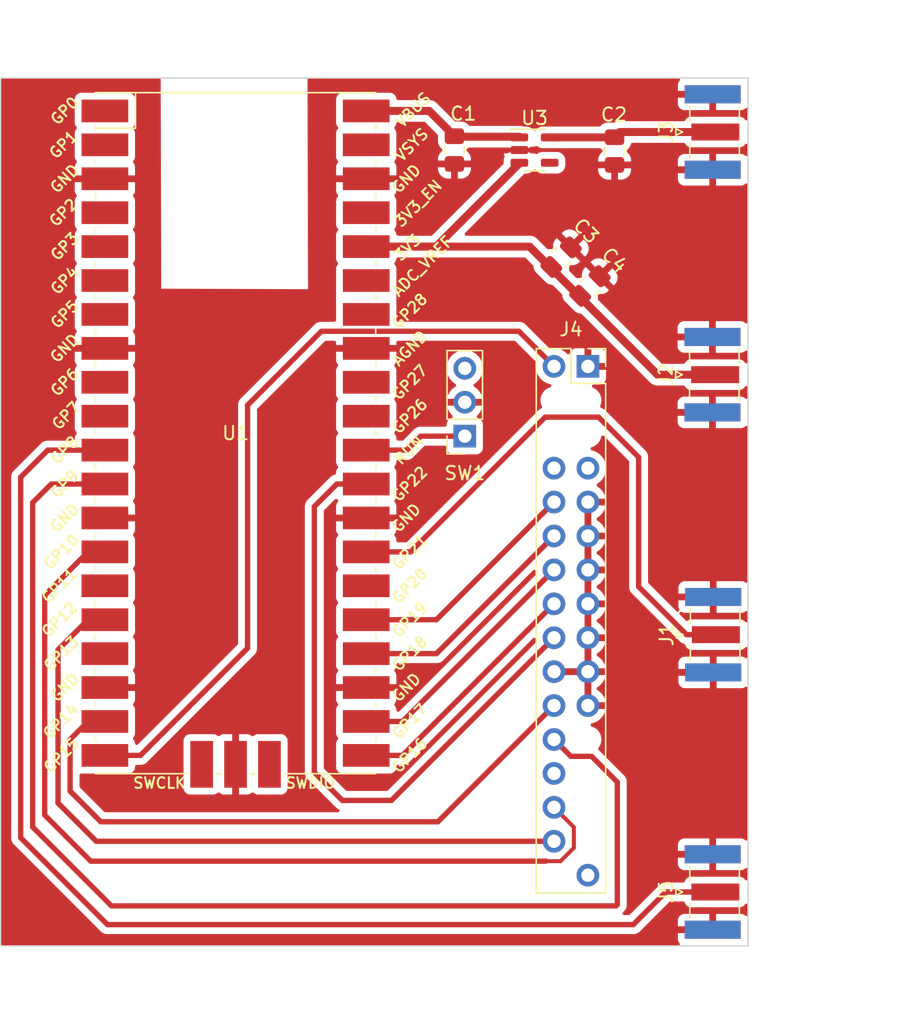
<source format=kicad_pcb>
(kicad_pcb (version 20221018) (generator pcbnew)
  (title_block (title "Pico DDS Sweeper") (date "2023-01-13") (rev "0"))
  (layers (0 "F.Cu" signal) (31 "B.Cu" signal) (34 "B.Paste" user) (35 "F.Paste" user) (36 "B.SilkS" user "B.Silkscreen") (37 "F.SilkS" user "F.Silkscreen") (38 "B.Mask" user) (39 "F.Mask" user) (44 "Edge.Cuts" user))
  (net 0 "")
  (net 1 "/PIN_CLOCK")
  (net 2 "/PIN_MOSI")
  (net 3 "GND")
  (net 5 "/P0")
  (net 6 "/P1")
  (net 7 "/P2")
  (net 8 "/P3")
  (net 9 "/PIN_UPDATE")
  (net 10 "/PIN_SCK")
  (net 11 "/PIN_RESET")
  (net 13 "/PIN_SYNC")
  (net 14 "/PIN_MISO")
  (net 17 "/TRIG_IN")
  (net 18 "Net-(SW1-A)")
  (net 39 "1V8")
  (net 40 "3V3")
  (net 41 "5V")
  (footprint "Capacitor_SMD:C_0805_2012Metric_Pad1.18x1.45mm_HandSolder" (layer "F.Cu") (at 73.9902 47.4218 -135)
    (fp_text reference "C3" (at -2.716421 0.072125 -225) (layer "F.SilkS"))
    (fp_text value "1uF")
    (fp_line (start -0.261252 -0.735) (end 0.261252 -0.735) (stroke (width 0.12)) (layer "F.SilkS"))
    (fp_line (start -0.261252 0.735) (end 0.261252 0.735) (stroke (width 0.12)) (layer "F.SilkS"))
    (pad "1" smd roundrect (at -1.0375 0 225) (size 1.175 1.45) (layers "F.Cu" "F.Paste" "F.Mask") (roundrect_rratio 0.212766) (net 3 "GND"))
    (pad "2" smd roundrect (at 1.0375 0 225) (size 1.175 1.45) (layers "F.Cu" "F.Paste" "F.Mask") (roundrect_rratio 0.212766) (net 40 "3V3"))
  )
  (footprint "Connector_Coaxial:SMA_Samtec_SMA-J-P-X-ST-EM1_EdgeMount" (layer "F.Cu") (at 85.33 56.22 90)
    (fp_text reference "J2" (at 0 -3.5 90) (layer "F.SilkS"))
    (fp_text value "3V3")
    (fp_line (start -1.95 -1.71) (end -0.84 -1.71) (stroke (width 0.12)) (layer "F.SilkS"))
    (fp_line (start -1.95 2) (end -0.84 2) (stroke (width 0.12)) (layer "F.SilkS"))
    (fp_line (start -0.25 -2.76) (end 0 -2.26) (stroke (width 0.12)) (layer "F.SilkS"))
    (fp_line (start 0 -2.26) (end 0.25 -2.76) (stroke (width 0.12)) (layer "F.SilkS"))
    (fp_line (start 0.25 -2.76) (end -0.25 -2.76) (stroke (width 0.12)) (layer "F.SilkS"))
    (fp_line (start 0.84 -1.71) (end 1.95 -1.71) (stroke (width 0.12)) (layer "F.SilkS"))
    (fp_line (start 0.84 2) (end 1.95 2) (stroke (width 0.12)) (layer "F.SilkS"))
    (pad "1" smd rect (at 0 0.2 90) (size 1.27 3.6) (layers "F.Cu" "F.Paste" "F.Mask") (net 40 "3V3"))
    (pad "2" smd rect (at -2.825 0 90) (size 1.35 4.2) (layers "F.Cu" "F.Paste" "F.Mask") (net 3 "GND"))
    (pad "2" smd rect (at -2.825 0 90) (size 1.35 4.2) (layers "B.Cu" "B.Paste" "B.Mask") (net 3 "GND"))
    (pad "2" smd rect (at 2.825 0 90) (size 1.35 4.2) (layers "F.Cu" "F.Paste" "F.Mask") (net 3 "GND"))
    (pad "2" smd rect (at 2.825 0 90) (size 1.35 4.2) (layers "B.Cu" "B.Paste" "B.Mask") (net 3 "GND"))
  )
  (footprint "Capacitor_SMD:C_0805_2012Metric_Pad1.18x1.45mm_HandSolder" (layer "F.Cu") (at 76.1492 49.5808 -135)
    (fp_text reference "C4" (at -2.666924 0.077782 -225) (layer "F.SilkS"))
    (fp_text value "0.1uF")
    (fp_line (start -0.261252 -0.735) (end 0.261252 -0.735) (stroke (width 0.12)) (layer "F.SilkS"))
    (fp_line (start -0.261252 0.735) (end 0.261252 0.735) (stroke (width 0.12)) (layer "F.SilkS"))
    (pad "1" smd roundrect (at -1.0375 0 225) (size 1.175 1.45) (layers "F.Cu" "F.Paste" "F.Mask") (roundrect_rratio 0.212766) (net 3 "GND"))
    (pad "2" smd roundrect (at 1.0375 0 225) (size 1.175 1.45) (layers "F.Cu" "F.Paste" "F.Mask") (roundrect_rratio 0.212766) (net 40 "3V3"))
  )
  (footprint "Connector_Coaxial:SMA_Samtec_SMA-J-P-X-ST-EM1_EdgeMount" (layer "F.Cu") (at 85.35 38.05 90)
    (fp_text reference "J3" (at 0 -3.5 90) (layer "F.SilkS"))
    (fp_text value "1V8")
    (fp_line (start -1.95 -1.71) (end -0.84 -1.71) (stroke (width 0.12)) (layer "F.SilkS"))
    (fp_line (start -1.95 2) (end -0.84 2) (stroke (width 0.12)) (layer "F.SilkS"))
    (fp_line (start -0.25 -2.76) (end 0 -2.26) (stroke (width 0.12)) (layer "F.SilkS"))
    (fp_line (start 0 -2.26) (end 0.25 -2.76) (stroke (width 0.12)) (layer "F.SilkS"))
    (fp_line (start 0.25 -2.76) (end -0.25 -2.76) (stroke (width 0.12)) (layer "F.SilkS"))
    (fp_line (start 0.84 -1.71) (end 1.95 -1.71) (stroke (width 0.12)) (layer "F.SilkS"))
    (fp_line (start 0.84 2) (end 1.95 2) (stroke (width 0.12)) (layer "F.SilkS"))
    (pad "1" smd rect (at 0 0.2 90) (size 1.27 3.6) (layers "F.Cu" "F.Paste" "F.Mask") (net 39 "1V8"))
    (pad "2" smd rect (at -2.825 0 90) (size 1.35 4.2) (layers "F.Cu" "F.Paste" "F.Mask") (net 3 "GND"))
    (pad "2" smd rect (at -2.825 0 90) (size 1.35 4.2) (layers "B.Cu" "B.Paste" "B.Mask") (net 3 "GND"))
    (pad "2" smd rect (at 2.825 0 90) (size 1.35 4.2) (layers "F.Cu" "F.Paste" "F.Mask") (net 3 "GND"))
    (pad "2" smd rect (at 2.825 0 90) (size 1.35 4.2) (layers "B.Cu" "B.Paste" "B.Mask") (net 3 "GND"))
  )
  (footprint "Package_TO_SOT_SMD:SOT-23-5" (layer "F.Cu") (at 72 39.4)
    (fp_text reference "U3" (at 0 -2.4) (layer "F.SilkS"))
    (fp_text value "5V->1V8 Linear Regulator")
    (fp_line (start 0 -1.56) (end -1.8 -1.56) (stroke (width 0.12)) (layer "F.SilkS"))
    (fp_line (start 0 -1.56) (end 0.8 -1.56) (stroke (width 0.12)) (layer "F.SilkS"))
    (fp_line (start 0 1.56) (end -0.8 1.56) (stroke (width 0.12)) (layer "F.SilkS"))
    (fp_line (start 0 1.56) (end 0.8 1.56) (stroke (width 0.12)) (layer "F.SilkS"))
    (pad "1" smd roundrect (at -1.1375 -0.95) (size 1.325 0.6) (layers "F.Cu" "F.Paste" "F.Mask") (net 41 "5V"))
    (pad "2" smd roundrect (at -1.1375 0) (size 1.325 0.6) (layers "F.Cu" "F.Paste" "F.Mask") (net 3 "GND"))
    (pad "3" smd roundrect (at -1.1375 0.95) (size 1.325 0.6) (layers "F.Cu" "F.Paste" "F.Mask") (net 40 "3V3"))
    (pad "4" smd roundrect (at 1.1375 0.95) (size 1.325 0.6) (layers "F.Cu" "F.Paste" "F.Mask"))
    (pad "5" smd roundrect (at 1.1375 -0.95) (size 1.325 0.6) (layers "F.Cu" "F.Paste" "F.Mask") (net 39 "1V8"))
  )
  (footprint "Connector_PinSocket_2.54mm:PinSocket_1x03_P2.54mm_Vertical" (layer "F.Cu") (at 66.775 60.825 180)
    (fp_text reference "SW1" (at 0 -2.77) (layer "F.SilkS"))
    (fp_text value "Pico Power Switch")
    (fp_line (start -1.33 1.27) (end -1.33 6.41) (stroke (width 0.12)) (layer "F.SilkS"))
    (fp_line (start -1.33 1.27) (end 1.33 1.27) (stroke (width 0.12)) (layer "F.SilkS"))
    (fp_line (start -1.33 6.41) (end 1.33 6.41) (stroke (width 0.12)) (layer "F.SilkS"))
    (fp_line (start 0 -1.33) (end 1.33 -1.33) (stroke (width 0.12)) (layer "F.SilkS"))
    (fp_line (start 1.33 -1.33) (end 1.33 0) (stroke (width 0.12)) (layer "F.SilkS"))
    (fp_line (start 1.33 1.27) (end 1.33 6.41) (stroke (width 0.12)) (layer "F.SilkS"))
    (pad "1" thru_hole rect (at 0 0 180) (size 1.7 1.7) (drill 1) (layers "*.Cu" "*.Mask") (net 18 "Net-(SW1-A)"))
    (pad "2" thru_hole oval (at 0 2.54 180) (size 1.7 1.7) (drill 1) (layers "*.Cu" "*.Mask") (net 3 "GND"))
    (pad "3" thru_hole oval (at 0 5.08 180) (size 1.7 1.7) (drill 1) (layers "*.Cu" "*.Mask"))
  )
  (footprint "Capacitor_SMD:C_0805_2012Metric_Pad1.18x1.45mm_HandSolder" (layer "F.Cu") (at 66 39.4 90)
    (fp_text reference "C1" (at 2.7225 0.66 180) (layer "F.SilkS"))
    (fp_text value "1uF")
    (fp_line (start -0.261252 -0.735) (end 0.261252 -0.735) (stroke (width 0.12)) (layer "F.SilkS"))
    (fp_line (start -0.261252 0.735) (end 0.261252 0.735) (stroke (width 0.12)) (layer "F.SilkS"))
    (pad "1" smd roundrect (at -1.0375 0 90) (size 1.175 1.45) (layers "F.Cu" "F.Paste" "F.Mask") (roundrect_rratio 0.2127659574) (net 3 "GND"))
    (pad "2" smd roundrect (at 1.0375 0 90) (size 1.175 1.45) (layers "F.Cu" "F.Paste" "F.Mask") (roundrect_rratio 0.2127659574) (net 41 "5V"))
  )
  (footprint "Connector_Coaxial:SMA_Samtec_SMA-J-P-X-ST-EM1_EdgeMount" (layer "F.Cu") (at 85.35 94.96 90)
    (fp_text reference "J5" (at 0 -3.5 90) (layer "F.SilkS"))
    (fp_text value "Trigger In")
    (fp_line (start -1.95 -1.71) (end -0.84 -1.71) (stroke (width 0.12)) (layer "F.SilkS"))
    (fp_line (start -1.95 2) (end -0.84 2) (stroke (width 0.12)) (layer "F.SilkS"))
    (fp_line (start -0.25 -2.76) (end 0 -2.26) (stroke (width 0.12)) (layer "F.SilkS"))
    (fp_line (start 0 -2.26) (end 0.25 -2.76) (stroke (width 0.12)) (layer "F.SilkS"))
    (fp_line (start 0.25 -2.76) (end -0.25 -2.76) (stroke (width 0.12)) (layer "F.SilkS"))
    (fp_line (start 0.84 -1.71) (end 1.95 -1.71) (stroke (width 0.12)) (layer "F.SilkS"))
    (fp_line (start 0.84 2) (end 1.95 2) (stroke (width 0.12)) (layer "F.SilkS"))
    (pad "1" smd rect (at 0 0.2 90) (size 1.27 3.6) (layers "F.Cu" "F.Paste" "F.Mask") (net 17 "/TRIG_IN"))
    (pad "2" smd rect (at -2.825 0 90) (size 1.35 4.2) (layers "F.Cu" "F.Paste" "F.Mask") (net 3 "GND"))
    (pad "2" smd rect (at -2.825 0 90) (size 1.35 4.2) (layers "B.Cu" "B.Paste" "B.Mask") (net 3 "GND"))
    (pad "2" smd rect (at 2.825 0 90) (size 1.35 4.2) (layers "F.Cu" "F.Paste" "F.Mask") (net 3 "GND"))
    (pad "2" smd rect (at 2.825 0 90) (size 1.35 4.2) (layers "B.Cu" "B.Paste" "B.Mask") (net 3 "GND"))
  )
  (footprint "Connector_Coaxial:SMA_Samtec_SMA-J-P-X-ST-EM1_EdgeMount" (layer "F.Cu") (at 85.39 75.69 90)
    (fp_text reference "J1" (at 0 -3.5 90) (layer "F.SilkS"))
    (fp_text value "REF CLK")
    (fp_line (start -1.95 -1.71) (end -0.84 -1.71) (stroke (width 0.12)) (layer "F.SilkS"))
    (fp_line (start -1.95 2) (end -0.84 2) (stroke (width 0.12)) (layer "F.SilkS"))
    (fp_line (start -0.25 -2.76) (end 0 -2.26) (stroke (width 0.12)) (layer "F.SilkS"))
    (fp_line (start 0 -2.26) (end 0.25 -2.76) (stroke (width 0.12)) (layer "F.SilkS"))
    (fp_line (start 0.25 -2.76) (end -0.25 -2.76) (stroke (width 0.12)) (layer "F.SilkS"))
    (fp_line (start 0.84 -1.71) (end 1.95 -1.71) (stroke (width 0.12)) (layer "F.SilkS"))
    (fp_line (start 0.84 2) (end 1.95 2) (stroke (width 0.12)) (layer "F.SilkS"))
    (pad "1" smd rect (at 0 0.2 90) (size 1.27 3.6) (layers "F.Cu" "F.Paste" "F.Mask") (net 1 "/PIN_CLOCK"))
    (pad "2" smd rect (at -2.825 0 90) (size 1.35 4.2) (layers "F.Cu" "F.Paste" "F.Mask") (net 3 "GND"))
    (pad "2" smd rect (at -2.825 0 90) (size 1.35 4.2) (layers "B.Cu" "B.Paste" "B.Mask") (net 3 "GND"))
    (pad "2" smd rect (at 2.825 0 90) (size 1.35 4.2) (layers "F.Cu" "F.Paste" "F.Mask") (net 3 "GND"))
    (pad "2" smd rect (at 2.825 0 90) (size 1.35 4.2) (layers "B.Cu" "B.Paste" "B.Mask") (net 3 "GND"))
  )
  (footprint "MCU_RaspberryPi_and_Boards:RPi_Pico_SMD" (layer "F.Cu") (at 49.6 60.6)
    (fp_text reference "U1" (at 0 0) (layer "F.SilkS"))
    (fp_text value "Pico")
    (fp_text user "3V3" (at 12.9 -13.9 45) (layer "F.SilkS") (effects (font (size 0.8 0.8))))
    (fp_text user "GP21" (at 13.054 8.9 45) (layer "F.SilkS") (effects (font (size 0.8 0.8))))
    (fp_text user "GP3" (at -12.8 -13.97 45) (layer "F.SilkS") (effects (font (size 0.8 0.8))))
    (fp_text user "GP16" (at 13.054 24.13 45) (layer "F.SilkS") (effects (font (size 0.8 0.8))))
    (fp_text user "GP13" (at -13.054 16.51 45) (layer "F.SilkS") (effects (font (size 0.8 0.8))))
    (fp_text user "GP20" (at 13.054 11.43 45) (layer "F.SilkS") (effects (font (size 0.8 0.8))))
    (fp_text user "GND" (at 12.8 -19.05 45) (layer "F.SilkS") (effects (font (size 0.8 0.8))))
    (fp_text user "GP0" (at -12.8 -24.13 45) (layer "F.SilkS") (effects (font (size 0.8 0.8))))
    (fp_text user "SWCLK" (at -5.7 26.2) (layer "F.SilkS") (effects (font (size 0.8 0.8))))
    (fp_text user "GND" (at 12.8 6.35 45) (layer "F.SilkS") (effects (font (size 0.8 0.8))))
    (fp_text user "GND" (at -12.8 -19.05 45) (layer "F.SilkS") (effects (font (size 0.8 0.8))))
    (fp_text user "AGND" (at 13.054 -6.35 45) (layer "F.SilkS") (effects (font (size 0.8 0.8))))
    (fp_text user "GP1" (at -12.9 -21.6 45) (layer "F.SilkS") (effects (font (size 0.8 0.8))))
    (fp_text user "GP8" (at -12.8 1.27 45) (layer "F.SilkS") (effects (font (size 0.8 0.8))))
    (fp_text user "GP4" (at -12.8 -11.43 45) (layer "F.SilkS") (effects (font (size 0.8 0.8))))
    (fp_text user "VBUS" (at 13.3 -24.2 45) (layer "F.SilkS") (effects (font (size 0.8 0.8))))
    (fp_text user "GND" (at -12.8 19.05 45) (layer "F.SilkS") (effects (font (size 0.8 0.8))))
    (fp_text user "GND" (at -12.8 6.35 45) (layer "F.SilkS") (effects (font (size 0.8 0.8))))
    (fp_text user "GP18" (at 13.054 16.51 45) (layer "F.SilkS") (effects (font (size 0.8 0.8))))
    (fp_text user "GP12" (at -13.2 13.97 45) (layer "F.SilkS") (effects (font (size 0.8 0.8))))
    (fp_text user "GP7" (at -12.7 -1.3 45) (layer "F.SilkS") (effects (font (size 0.8 0.8))))
    (fp_text user "GP11" (at -13.2 11.43 45) (layer "F.SilkS") (effects (font (size 0.8 0.8))))
    (fp_text user "GP9" (at -12.8 3.81 45) (layer "F.SilkS") (effects (font (size 0.8 0.8))))
    (fp_text user "GP28" (at 13.054 -9.144 45) (layer "F.SilkS") (effects (font (size 0.8 0.8))))
    (fp_text user "GP26" (at 13.054 -1.27 45) (layer "F.SilkS") (effects (font (size 0.8 0.8))))
    (fp_text user "GND" (at 12.8 19.05 45) (layer "F.SilkS") (effects (font (size 0.8 0.8))))
    (fp_text user "GP17" (at 13.054 21.59 45) (layer "F.SilkS") (effects (font (size 0.8 0.8))))
    (fp_text user "VSYS" (at 13.2 -21.59 45) (layer "F.SilkS") (effects (font (size 0.8 0.8))))
    (fp_text user "3V3_EN" (at 13.7 -17.2 45) (layer "F.SilkS") (effects (font (size 0.8 0.8))))
    (fp_text user "GP22" (at 13.054 3.81 45) (layer "F.SilkS") (effects (font (size 0.8 0.8))))
    (fp_text user "GP27" (at 13.054 -3.8 45) (layer "F.SilkS") (effects (font (size 0.8 0.8))))
    (fp_text user "GP14" (at -13.1 21.59 45) (layer "F.SilkS") (effects (font (size 0.8 0.8))))
    (fp_text user "GP2" (at -12.9 -16.51 45) (layer "F.SilkS") (effects (font (size 0.8 0.8))))
    (fp_text user "ADC_VREF" (at 14 -12.5 45) (layer "F.SilkS") (effects (font (size 0.8 0.8))))
    (fp_text user "GP6" (at -12.8 -3.81 45) (layer "F.SilkS") (effects (font (size 0.8 0.8))))
    (fp_text user "GND" (at -12.8 -6.35 45) (layer "F.SilkS") (effects (font (size 0.8 0.8))))
    (fp_text user "GP10" (at -13.054 8.89 45) (layer "F.SilkS") (effects (font (size 0.8 0.8))))
    (fp_text user "RUN" (at 13 1.27 45) (layer "F.SilkS") (effects (font (size 0.8 0.8))))
    (fp_text user "GP15" (at -13.054 24.13 45) (layer "F.SilkS") (effects (font (size 0.8 0.8))))
    (fp_text user "GP19" (at 13.054 13.97 45) (layer "F.SilkS") (effects (font (size 0.8 0.8))))
    (fp_text user "GP5" (at -12.8 -8.89 45) (layer "F.SilkS") (effects (font (size 0.8 0.8))))
    (fp_text user "SWDIO" (at 5.6 26.2) (layer "F.SilkS") (effects (font (size 0.8 0.8))))
    (fp_line (start -10.5 -25.5) (end -10.5 -25.2) (stroke (width 0.12)) (layer "F.SilkS"))
    (fp_line (start -10.5 -25.5) (end 10.5 -25.5) (stroke (width 0.12)) (layer "F.SilkS"))
    (fp_line (start -10.5 -23.1) (end -10.5 -22.7) (stroke (width 0.12)) (layer "F.SilkS"))
    (fp_line (start -10.5 -22.833) (end -7.493 -22.833) (stroke (width 0.12)) (layer "F.SilkS"))
    (fp_line (start -10.5 -20.5) (end -10.5 -20.1) (stroke (width 0.12)) (layer "F.SilkS"))
    (fp_line (start -10.5 -18) (end -10.5 -17.6) (stroke (width 0.12)) (layer "F.SilkS"))
    (fp_line (start -10.5 -15.4) (end -10.5 -15) (stroke (width 0.12)) (layer "F.SilkS"))
    (fp_line (start -10.5 -12.9) (end -10.5 -12.5) (stroke (width 0.12)) (layer "F.SilkS"))
    (fp_line (start -10.5 -10.4) (end -10.5 -10) (stroke (width 0.12)) (layer "F.SilkS"))
    (fp_line (start -10.5 -7.8) (end -10.5 -7.4) (stroke (width 0.12)) (layer "F.SilkS"))
    (fp_line (start -10.5 -5.3) (end -10.5 -4.9) (stroke (width 0.12)) (layer "F.SilkS"))
    (fp_line (start -10.5 -2.7) (end -10.5 -2.3) (stroke (width 0.12)) (layer "F.SilkS"))
    (fp_line (start -10.5 -0.2) (end -10.5 0.2) (stroke (width 0.12)) (layer "F.SilkS"))
    (fp_line (start -10.5 2.3) (end -10.5 2.7) (stroke (width 0.12)) (layer "F.SilkS"))
    (fp_line (start -10.5 4.9) (end -10.5 5.3) (stroke (width 0.12)) (layer "F.SilkS"))
    (fp_line (start -10.5 7.4) (end -10.5 7.8) (stroke (width 0.12)) (layer "F.SilkS"))
    (fp_line (start -10.5 10) (end -10.5 10.4) (stroke (width 0.12)) (layer "F.SilkS"))
    (fp_line (start -10.5 12.5) (end -10.5 12.9) (stroke (width 0.12)) (layer "F.SilkS"))
    (fp_line (start -10.5 15.1) (end -10.5 15.5) (stroke (width 0.12)) (layer "F.SilkS"))
    (fp_line (start -10.5 17.6) (end -10.5 18) (stroke (width 0.12)) (layer "F.SilkS"))
    (fp_line (start -10.5 20.1) (end -10.5 20.5) (stroke (width 0.12)) (layer "F.SilkS"))
    (fp_line (start -10.5 22.7) (end -10.5 23.1) (stroke (width 0.12)) (layer "F.SilkS"))
    (fp_line (start -7.493 -22.833) (end -7.493 -25.5) (stroke (width 0.12)) (layer "F.SilkS"))
    (fp_line (start -3.7 25.5) (end -10.5 25.5) (stroke (width 0.12)) (layer "F.SilkS"))
    (fp_line (start -1.5 25.5) (end -1.1 25.5) (stroke (width 0.12)) (layer "F.SilkS"))
    (fp_line (start 1.1 25.5) (end 1.5 25.5) (stroke (width 0.12)) (layer "F.SilkS"))
    (fp_line (start 10.5 -25.5) (end 10.5 -25.2) (stroke (width 0.12)) (layer "F.SilkS"))
    (fp_line (start 10.5 -23.1) (end 10.5 -22.7) (stroke (width 0.12)) (layer "F.SilkS"))
    (fp_line (start 10.5 -20.5) (end 10.5 -20.1) (stroke (width 0.12)) (layer "F.SilkS"))
    (fp_line (start 10.5 -18) (end 10.5 -17.6) (stroke (width 0.12)) (layer "F.SilkS"))
    (fp_line (start 10.5 -15.4) (end 10.5 -15) (stroke (width 0.12)) (layer "F.SilkS"))
    (fp_line (start 10.5 -12.9) (end 10.5 -12.5) (stroke (width 0.12)) (layer "F.SilkS"))
    (fp_line (start 10.5 -10.4) (end 10.5 -10) (stroke (width 0.12)) (layer "F.SilkS"))
    (fp_line (start 10.5 -7.8) (end 10.5 -7.4) (stroke (width 0.12)) (layer "F.SilkS"))
    (fp_line (start 10.5 -5.3) (end 10.5 -4.9) (stroke (width 0.12)) (layer "F.SilkS"))
    (fp_line (start 10.5 -2.7) (end 10.5 -2.3) (stroke (width 0.12)) (layer "F.SilkS"))
    (fp_line (start 10.5 -0.2) (end 10.5 0.2) (stroke (width 0.12)) (layer "F.SilkS"))
    (fp_line (start 10.5 2.3) (end 10.5 2.7) (stroke (width 0.12)) (layer "F.SilkS"))
    (fp_line (start 10.5 4.9) (end 10.5 5.3) (stroke (width 0.12)) (layer "F.SilkS"))
    (fp_line (start 10.5 7.4) (end 10.5 7.8) (stroke (width 0.12)) (layer "F.SilkS"))
    (fp_line (start 10.5 10) (end 10.5 10.4) (stroke (width 0.12)) (layer "F.SilkS"))
    (fp_line (start 10.5 12.5) (end 10.5 12.9) (stroke (width 0.12)) (layer "F.SilkS"))
    (fp_line (start 10.5 15.1) (end 10.5 15.5) (stroke (width 0.12)) (layer "F.SilkS"))
    (fp_line (start 10.5 17.6) (end 10.5 18) (stroke (width 0.12)) (layer "F.SilkS"))
    (fp_line (start 10.5 20.1) (end 10.5 20.5) (stroke (width 0.12)) (layer "F.SilkS"))
    (fp_line (start 10.5 22.7) (end 10.5 23.1) (stroke (width 0.12)) (layer "F.SilkS"))
    (fp_line (start 10.5 25.5) (end 3.7 25.5) (stroke (width 0.12)) (layer "F.SilkS"))
    (pad "1" smd rect (at -8.89 -24.13) (size 3.5 1.7) (drill (offset -0.9 0)) (layers "F.Cu" "F.Mask"))
    (pad "2" smd rect (at -8.89 -21.59) (size 3.5 1.7) (drill (offset -0.9 0)) (layers "F.Cu" "F.Mask"))
    (pad "3" smd rect (at -8.89 -19.05) (size 3.5 1.7) (drill (offset -0.9 0)) (layers "F.Cu" "F.Mask") (net 3 "GND"))
    (pad "4" smd rect (at -8.89 -16.51) (size 3.5 1.7) (drill (offset -0.9 0)) (layers "F.Cu" "F.Mask"))
    (pad "5" smd rect (at -8.89 -13.97) (size 3.5 1.7) (drill (offset -0.9 0)) (layers "F.Cu" "F.Mask"))
    (pad "6" smd rect (at -8.89 -11.43) (size 3.5 1.7) (drill (offset -0.9 0)) (layers "F.Cu" "F.Mask"))
    (pad "7" smd rect (at -8.89 -8.89) (size 3.5 1.7) (drill (offset -0.9 0)) (layers "F.Cu" "F.Mask"))
    (pad "8" smd rect (at -8.89 -6.35) (size 3.5 1.7) (drill (offset -0.9 0)) (layers "F.Cu" "F.Mask") (net 3 "GND"))
    (pad "9" smd rect (at -8.89 -3.81) (size 3.5 1.7) (drill (offset -0.9 0)) (layers "F.Cu" "F.Mask"))
    (pad "10" smd rect (at -8.89 -1.27) (size 3.5 1.7) (drill (offset -0.9 0)) (layers "F.Cu" "F.Mask"))
    (pad "11" smd rect (at -8.89 1.27) (size 3.5 1.7) (drill (offset -0.9 0)) (layers "F.Cu" "F.Mask") (net 17 "/TRIG_IN"))
    (pad "12" smd rect (at -8.89 3.81) (size 3.5 1.7) (drill (offset -0.9 0)) (layers "F.Cu" "F.Mask") (net 11 "/PIN_RESET"))
    (pad "13" smd rect (at -8.89 6.35) (size 3.5 1.7) (drill (offset -0.9 0)) (layers "F.Cu" "F.Mask") (net 3 "GND"))
    (pad "14" smd rect (at -8.89 8.89) (size 3.5 1.7) (drill (offset -0.9 0)) (layers "F.Cu" "F.Mask") (net 13 "/PIN_SYNC"))
    (pad "15" smd rect (at -8.89 11.43) (size 3.5 1.7) (drill (offset -0.9 0)) (layers "F.Cu" "F.Mask"))
    (pad "16" smd rect (at -8.89 13.97) (size 3.5 1.7) (drill (offset -0.9 0)) (layers "F.Cu" "F.Mask") (net 14 "/PIN_MISO"))
    (pad "17" smd rect (at -8.89 16.51) (size 3.5 1.7) (drill (offset -0.9 0)) (layers "F.Cu" "F.Mask"))
    (pad "18" smd rect (at -8.89 19.05) (size 3.5 1.7) (drill (offset -0.9 0)) (layers "F.Cu" "F.Mask") (net 3 "GND"))
    (pad "19" smd rect (at -8.89 21.59) (size 3.5 1.7) (drill (offset -0.9 0)) (layers "F.Cu" "F.Mask") (net 10 "/PIN_SCK"))
    (pad "20" smd rect (at -8.89 24.13) (size 3.5 1.7) (drill (offset -0.9 0)) (layers "F.Cu" "F.Mask") (net 2 "/PIN_MOSI"))
    (pad "21" smd rect (at 8.89 24.13) (size 3.5 1.7) (drill (offset 0.9 0)) (layers "F.Cu" "F.Mask") (net 8 "/P3"))
    (pad "22" smd rect (at 8.89 21.59) (size 3.5 1.7) (drill (offset 0.9 0)) (layers "F.Cu" "F.Mask") (net 7 "/P2"))
    (pad "23" smd rect (at 8.89 19.05) (size 3.5 1.7) (drill (offset 0.9 0)) (layers "F.Cu" "F.Mask") (net 3 "GND"))
    (pad "24" smd rect (at 8.89 16.51) (size 3.5 1.7) (drill (offset 0.9 0)) (layers "F.Cu" "F.Mask") (net 6 "/P1"))
    (pad "25" smd rect (at 8.89 13.97) (size 3.5 1.7) (drill (offset 0.9 0)) (layers "F.Cu" "F.Mask") (net 5 "/P0"))
    (pad "26" smd rect (at 8.89 11.43) (size 3.5 1.7) (drill (offset 0.9 0)) (layers "F.Cu" "F.Mask"))
    (pad "27" smd rect (at 8.89 8.89) (size 3.5 1.7) (drill (offset 0.9 0)) (layers "F.Cu" "F.Mask") (net 1 "/PIN_CLOCK"))
    (pad "28" smd rect (at 8.89 6.35) (size 3.5 1.7) (drill (offset 0.9 0)) (layers "F.Cu" "F.Mask") (net 3 "GND"))
    (pad "29" smd rect (at 8.89 3.81) (size 3.5 1.7) (drill (offset 0.9 0)) (layers "F.Cu" "F.Mask") (net 9 "/PIN_UPDATE"))
    (pad "30" smd rect (at 8.89 1.27) (size 3.5 1.7) (drill (offset 0.9 0)) (layers "F.Cu" "F.Mask") (net 18 "Net-(SW1-A)"))
    (pad "31" smd rect (at 8.89 -1.27) (size 3.5 1.7) (drill (offset 0.9 0)) (layers "F.Cu" "F.Mask"))
    (pad "32" smd rect (at 8.89 -3.81) (size 3.5 1.7) (drill (offset 0.9 0)) (layers "F.Cu" "F.Mask"))
    (pad "33" smd rect (at 8.89 -6.35) (size 0.001 0.001) (drill (offset 0.9 0)) (layers "F.Cu" "F.Mask") (net 3 "GND"))
    (pad "33" smd rect (at 8.89 -6.35) (size 3.5 1.7) (drill (offset 0.9 0)) (layers "F.Cu" "F.Mask") (net 3 "GND") (clearance 0.1))
    (pad "34" smd rect (at 8.89 -8.89) (size 3.5 1.7) (drill (offset 0.9 0)) (layers "F.Cu" "F.Mask") (clearance 0.1))
    (pad "35" smd rect (at 8.89 -11.43) (size 3.5 1.7) (drill (offset 0.9 0)) (layers "F.Cu" "F.Mask"))
    (pad "36" smd rect (at 8.89 -13.97) (size 3.5 1.7) (drill (offset 0.9 0)) (layers "F.Cu" "F.Mask") (net 40 "3V3"))
    (pad "37" smd rect (at 8.89 -16.51) (size 3.5 1.7) (drill (offset 0.9 0)) (layers "F.Cu" "F.Mask"))
    (pad "38" smd rect (at 8.89 -19.05) (size 3.5 1.7) (drill (offset 0.9 0)) (layers "F.Cu" "F.Mask") (net 3 "GND"))
    (pad "39" smd rect (at 8.89 -21.59) (size 3.5 1.7) (drill (offset 0.9 0)) (layers "F.Cu" "F.Mask"))
    (pad "40" smd rect (at 8.89 -24.13) (size 3.5 1.7) (drill (offset 0.9 0)) (layers "F.Cu" "F.Mask") (net 41 "5V"))
    (pad "41" smd rect (at -2.54 23.9 90) (size 3.5 1.7) (drill (offset -0.9 0)) (layers "F.Cu" "F.Mask"))
    (pad "42" smd rect (at 0 23.9 90) (size 3.5 1.7) (drill (offset -0.9 0)) (layers "F.Cu" "F.Mask") (net 3 "GND"))
    (pad "43" smd rect (at 2.54 23.9 90) (size 3.5 1.7) (drill (offset -0.9 0)) (layers "F.Cu" "F.Mask"))
  )
  (footprint "Custom_Conn:PinSocket_2x16_P2.54mm_Vertical_DDS_Sweeper" (layer "F.Cu") (at 76 55.6)
    (fp_text reference "J4" (at -1.27 -2.77) (layer "F.SilkS"))
    (fp_text value "Headers for AD9959 Eval Board U2")
    (fp_line (start -3.87 -1.33) (end -3.87 39.43) (stroke (width 0.12)) (layer "F.SilkS"))
    (fp_line (start -3.87 -1.33) (end -1.27 -1.33) (stroke (width 0.12)) (layer "F.SilkS"))
    (fp_line (start -3.87 39.43) (end 1.33 39.43) (stroke (width 0.12)) (layer "F.SilkS"))
    (fp_line (start -1.27 -1.33) (end -1.27 1.27) (stroke (width 0.12)) (layer "F.SilkS"))
    (fp_line (start -1.27 1.27) (end 1.33 1.27) (stroke (width 0.12)) (layer "F.SilkS"))
    (fp_line (start 0 -1.33) (end 1.33 -1.33) (stroke (width 0.12)) (layer "F.SilkS"))
    (fp_line (start 1.33 -1.33) (end 1.33 0) (stroke (width 0.12)) (layer "F.SilkS"))
    (fp_line (start 1.33 1.27) (end 1.33 39.43) (stroke (width 0.12)) (layer "F.SilkS"))
    (pad "" np_thru_hole oval (at -2.54 2.54) (size 1 1) (drill 1) (layers "F&B.Cu" "*.Mask"))
    (pad "" np_thru_hole oval (at -2.54 5.08) (size 1 1) (drill 1) (layers "F&B.Cu" "*.Mask"))
    (pad "" np_thru_hole oval (at -2.54 38.1) (size 1 1) (drill 1) (layers "F&B.Cu" "*.Mask"))
    (pad "" np_thru_hole oval (at 0 2.54) (size 1 1) (drill 1) (layers "F&B.Cu" "*.Mask"))
    (pad "" np_thru_hole oval (at 0 5.08) (size 1 1) (drill 1) (layers "F&B.Cu" "*.Mask"))
    (pad "" np_thru_hole oval (at 0 27.94) (size 1 1) (drill 1) (layers "F&B.Cu" "*.Mask"))
    (pad "" np_thru_hole oval (at 0 30.48) (size 1 1) (drill 1) (layers "F&B.Cu" "*.Mask"))
    (pad "" np_thru_hole oval (at 0 33.02) (size 1 1) (drill 1) (layers "F&B.Cu" "*.Mask"))
    (pad "" np_thru_hole oval (at 0 35.56) (size 1 1) (drill 1) (layers "F&B.Cu" "*.Mask"))
    (pad "1" thru_hole oval (at -2.54 0) (size 1.7 1.7) (drill 1) (layers "*.Cu" "*.Mask") (net 2 "/PIN_MOSI"))
    (pad "4" thru_hole oval (at -2.54 7.62) (size 1.7 1.7) (drill 1) (layers "*.Cu" "*.Mask"))
    (pad "5" thru_hole oval (at -2.54 10.16) (size 1.7 1.7) (drill 1) (layers "*.Cu" "*.Mask") (net 5 "/P0"))
    (pad "6" thru_hole oval (at -2.54 12.7) (size 1.7 1.7) (drill 1) (layers "*.Cu" "*.Mask") (net 6 "/P1"))
    (pad "7" thru_hole oval (at -2.54 15.24) (size 1.7 1.7) (drill 1) (layers "*.Cu" "*.Mask") (net 7 "/P2"))
    (pad "8" thru_hole oval (at -2.54 17.78) (size 1.7 1.7) (drill 1) (layers "*.Cu" "*.Mask") (net 8 "/P3"))
    (pad "9" thru_hole oval (at -2.54 20.32) (size 1.7 1.7) (drill 1) (layers "*.Cu" "*.Mask") (net 9 "/PIN_UPDATE"))
    (pad "10" thru_hole oval (at -2.54 22.86) (size 1.7 1.7) (drill 1) (layers "*.Cu" "*.Mask") (net 3 "GND"))
    (pad "11" thru_hole oval (at -2.54 25.4) (size 1.7 1.7) (drill 1) (layers "*.Cu" "*.Mask") (net 10 "/PIN_SCK"))
    (pad "12" thru_hole oval (at -2.54 27.94) (size 1.7 1.7) (drill 1) (layers "*.Cu" "*.Mask") (net 11 "/PIN_RESET"))
    (pad "13" thru_hole oval (at -2.54 30.48) (size 1.7 1.7) (drill 1) (layers "*.Cu" "*.Mask"))
    (pad "14" thru_hole oval (at -2.54 33.02) (size 1.7 1.7) (drill 1) (layers "*.Cu" "*.Mask") (net 13 "/PIN_SYNC"))
    (pad "15" thru_hole oval (at -2.54 35.56) (size 1.7 1.7) (drill 1) (layers "*.Cu" "*.Mask") (net 14 "/PIN_MISO"))
    (pad "17" thru_hole oval (at 0 38.1) (size 1.7 1.7) (drill 1) (layers "*.Cu" "*.Mask"))
    (pad "22" thru_hole oval (at 0 25.4) (size 1.7 1.7) (drill 1) (layers "*.Cu" "*.Mask") (net 3 "GND"))
    (pad "23" thru_hole oval (at 0 22.86) (size 1.7 1.7) (drill 1) (layers "*.Cu" "*.Mask") (net 3 "GND"))
    (pad "24" thru_hole oval (at 0 20.32) (size 1.7 1.7) (drill 1) (layers "*.Cu" "*.Mask") (net 3 "GND"))
    (pad "25" thru_hole oval (at 0 17.78) (size 1.7 1.7) (drill 1) (layers "*.Cu" "*.Mask") (net 3 "GND"))
    (pad "26" thru_hole oval (at 0 15.24) (size 1.7 1.7) (drill 1) (layers "*.Cu" "*.Mask") (net 3 "GND"))
    (pad "27" thru_hole oval (at 0 12.7) (size 1.7 1.7) (drill 1) (layers "*.Cu" "*.Mask") (net 3 "GND"))
    (pad "28" thru_hole oval (at 0 10.16) (size 1.7 1.7) (drill 1) (layers "*.Cu" "*.Mask") (net 3 "GND"))
    (pad "29" thru_hole oval (at 0 7.62) (size 1.7 1.7) (drill 1) (layers "*.Cu" "*.Mask"))
    (pad "32" thru_hole rect (at 0 0) (size 1.7 1.7) (drill 1) (layers "*.Cu" "*.Mask") (net 3 "GND"))
  )
  (footprint "Capacitor_SMD:C_0805_2012Metric_Pad1.18x1.45mm_HandSolder" (layer "F.Cu") (at 78 39.475 -90)
    (fp_text reference "C2" (at -2.7275 0.05 180) (layer "F.SilkS"))
    (fp_text value "1uF")
    (fp_line (start -0.261252 -0.735) (end 0.261252 -0.735) (stroke (width 0.12)) (layer "F.SilkS"))
    (fp_line (start -0.261252 0.735) (end 0.261252 0.735) (stroke (width 0.12)) (layer "F.SilkS"))
    (pad "1" smd roundrect (at -1.0375 0 270) (size 1.175 1.45) (layers "F.Cu" "F.Paste" "F.Mask") (roundrect_rratio 0.2127659574) (net 39 "1V8"))
    (pad "2" smd roundrect (at 1.0375 0 270) (size 1.175 1.45) (layers "F.Cu" "F.Paste" "F.Mask") (roundrect_rratio 0.2127659574) (net 3 "GND"))
  )
  (gr_rect (start 32 34) (end 88 99) (stroke (width 0.1)) (fill none) (layer "Edge.Cuts"))
  (segment (start 72.8 59.4) (end 76.8 59.4) (width 0.4) (layer "F.Cu") (net 1))
  (segment (start 62.71 69.49) (end 72.8 59.4) (width 0.4) (layer "F.Cu") (net 1))
  (segment (start 76.8 59.4) (end 79.8 62.4) (width 0.4) (layer "F.Cu") (net 1))
  (segment (start 79.8 62.4) (end 79.8 72.1) (width 0.4) (layer "F.Cu") (net 1))
  (segment (start 83.39 75.69) (end 85.59 75.69) (width 0.4) (layer "F.Cu") (net 1))
  (segment (start 58.49 69.49) (end 62.71 69.49) (width 0.4) (layer "F.Cu") (net 1))
  (segment (start 79.8 72.1) (end 83.39 75.69) (width 0.4) (layer "F.Cu") (net 1))
  (segment (start 50.5 76.7) (end 50.5 58.5) (width 0.4) (layer "F.Cu") (net 2))
  (segment (start 40.71 84.73) (end 42.47 84.73) (width 0.4) (layer "F.Cu") (net 2))
  (segment (start 42.47 84.73) (end 50.5 76.7) (width 0.4) (layer "F.Cu") (net 2))
  (segment (start 56.03 52.97) (end 70.83 52.97) (width 0.4) (layer "F.Cu") (net 2))
  (segment (start 50.5 58.5) (end 56.03 52.97) (width 0.4) (layer "F.Cu") (net 2))
  (segment (start 70.83 52.97) (end 73.46 55.6) (width 0.4) (layer "F.Cu") (net 2))
  (segment (start 58.49 74.57) (end 64.65 74.57) (width 0.4) (layer "F.Cu") (net 5))
  (segment (start 64.65 74.57) (end 73.46 65.76) (width 0.4) (layer "F.Cu") (net 5))
  (segment (start 58.49 77.11) (end 64.65 77.11) (width 0.4) (layer "F.Cu") (net 6))
  (segment (start 64.65 77.11) (end 73.46 68.3) (width 0.4) (layer "F.Cu") (net 6))
  (segment (start 62.11 82.19) (end 73.46 70.84) (width 0.4) (layer "F.Cu") (net 7))
  (segment (start 58.49 82.19) (end 62.11 82.19) (width 0.4) (layer "F.Cu") (net 7))
  (segment (start 62.11 84.73) (end 73.46 73.38) (width 0.4) (layer "F.Cu") (net 8))
  (segment (start 58.49 84.73) (end 62.11 84.73) (width 0.4) (layer "F.Cu") (net 8))
  (segment (start 61.28 88.1) (end 73.46 75.92) (width 0.4) (layer "F.Cu") (net 9))
  (segment (start 58.49 64.41) (end 57.19 64.41) (width 0.4) (layer "F.Cu") (net 9))
  (segment (start 55.5 66.1) (end 55.5 86) (width 0.4) (layer "F.Cu") (net 9))
  (segment (start 57.6 88.1) (end 61.28 88.1) (width 0.4) (layer "F.Cu") (net 9))
  (segment (start 57.19 64.41) (end 55.5 66.1) (width 0.4) (layer "F.Cu") (net 9))
  (segment (start 55.5 86) (end 57.6 88.1) (width 0.4) (layer "F.Cu") (net 9))
  (segment (start 39.5 89.7) (end 64.76 89.7) (width 0.4) (layer "F.Cu") (net 10))
  (segment (start 40.71 82.19) (end 38.55 82.19) (width 0.4) (layer "F.Cu") (net 10))
  (segment (start 37.2 83.54) (end 37.2 87.4) (width 0.4) (layer "F.Cu") (net 10))
  (segment (start 38.55 82.19) (end 37.2 83.54) (width 0.4) (layer "F.Cu") (net 10))
  (segment (start 64.76 89.7) (end 73.46 81) (width 0.4) (layer "F.Cu") (net 10))
  (segment (start 37.2 87.4) (end 39.5 89.7) (width 0.4) (layer "F.Cu") (net 10))
  (segment (start 35.79 64.41) (end 34.4 65.8) (width 0.4) (layer "F.Cu") (net 11))
  (segment (start 34.4 90.1) (end 40.3 96) (width 0.4) (layer "F.Cu") (net 11))
  (segment (start 78.1 96) (end 78.2 95.9) (width 0.4) (layer "F.Cu") (net 11))
  (segment (start 40.3 96) (end 78.1 96) (width 0.4) (layer "F.Cu") (net 11))
  (segment (start 78.2 86.724363) (end 76.275637 84.8) (width 0.4) (layer "F.Cu") (net 11))
  (segment (start 34.4 65.8) (end 34.4 90.1) (width 0.4) (layer "F.Cu") (net 11))
  (segment (start 78.2 95.9) (end 78.2 86.724363) (width 0.4) (layer "F.Cu") (net 11))
  (segment (start 76.275637 84.8) (end 74.72 84.8) (width 0.4) (layer "F.Cu") (net 11))
  (segment (start 40.71 64.41) (end 35.79 64.41) (width 0.4) (layer "F.Cu") (net 11))
  (segment (start 74.72 84.8) (end 73.46 83.54) (width 0.4) (layer "F.Cu") (net 11))
  (segment (start 73.950001 92.649999) (end 72.849999 92.649999) (width 0.3) (layer "F.Cu") (net 13))
  (segment (start 35.3 72.74) (end 35.3 89.2) (width 0.4) (layer "F.Cu") (net 13))
  (segment (start 73.950001 92.649999) (end 74.949999 91.650001) (width 0.3) (layer "F.Cu") (net 13))
  (segment (start 40.71 69.49) (end 38.55 69.49) (width 0.4) (layer "F.Cu") (net 13))
  (segment (start 73.46 88.62) (end 74.949999 90.109999) (width 0.3) (layer "F.Cu") (net 13))
  (segment (start 38.749999 92.649999) (end 72.849999 92.649999) (width 0.4) (layer "F.Cu") (net 13))
  (segment (start 74.949999 90.109999) (end 74.949999 91.650001) (width 0.3) (layer "F.Cu") (net 13))
  (segment (start 38.55 69.49) (end 35.3 72.74) (width 0.4) (layer "F.Cu") (net 13))
  (segment (start 35.3 89.2) (end 38.749999 92.649999) (width 0.4) (layer "F.Cu") (net 13))
  (segment (start 40.71 74.57) (end 38.55 74.57) (width 0.4) (layer "F.Cu") (net 14))
  (segment (start 36.3 88.3) (end 39.16 91.16) (width 0.4) (layer "F.Cu") (net 14))
  (segment (start 39.16 91.16) (end 73.46 91.16) (width 0.4) (layer "F.Cu") (net 14))
  (segment (start 36.3 76.82) (end 36.3 88.3) (width 0.4) (layer "F.Cu") (net 14))
  (segment (start 38.55 74.57) (end 36.3 76.82) (width 0.4) (layer "F.Cu") (net 14))
  (segment (start 81.84 94.96) (end 79.4 97.4) (width 0.4) (layer "F.Cu") (net 17))
  (segment (start 79.4 97.4) (end 40 97.4) (width 0.4) (layer "F.Cu") (net 17))
  (segment (start 33.5 63.9) (end 35.53 61.87) (width 0.4) (layer "F.Cu") (net 17))
  (segment (start 85.55 94.96) (end 81.84 94.96) (width 0.4) (layer "F.Cu") (net 17))
  (segment (start 35.53 61.87) (end 40.71 61.87) (width 0.4) (layer "F.Cu") (net 17))
  (segment (start 33.5 90.9) (end 33.5 63.9) (width 0.4) (layer "F.Cu") (net 17))
  (segment (start 40 97.4) (end 33.5 90.9) (width 0.4) (layer "F.Cu") (net 17))
  (segment (start 58.49 61.87) (end 62.37 61.87) (width 0.4) (layer "F.Cu") (net 18))
  (segment (start 63.475 60.825) (end 66.775 60.825) (width 0.4) (layer "F.Cu") (net 18))
  (segment (start 62.37 61.87) (end 62.4 61.9) (width 0.4) (layer "F.Cu") (net 18))
  (segment (start 62.4 61.9) (end 63.475 60.825) (width 0.4) (layer "F.Cu") (net 18))
  (segment (start 73.1375 38.45) (end 77.9875 38.45) (width 0.6) (layer "F.Cu") (net 39))
  (segment (start 78.3875 38.05) (end 78 38.4375) (width 0.6) (layer "F.Cu") (net 39))
  (segment (start 85.55 38.05) (end 78.3875 38.05) (width 0.6) (layer "F.Cu") (net 39))
  (segment (start 58.49 46.63) (end 71.63 46.63) (width 0.6) (layer "F.Cu") (net 40))
  (segment (start 64.6325 46.63) (end 70.8625 40.4) (width 0.6) (layer "F.Cu") (net 40))
  (segment (start 58.49 46.63) (end 64.6325 46.63) (width 0.6) (layer "F.Cu") (net 40))
  (segment (start 71.63 46.63) (end 81.22 56.22) (width 0.6) (layer "F.Cu") (net 40))
  (segment (start 81.22 56.22) (end 85.53 56.22) (width 0.6) (layer "F.Cu") (net 40))
  (segment (start 58.49 36.47) (end 64.1075 36.47) (width 0.6) (layer "F.Cu") (net 41))
  (segment (start 64.1075 36.47) (end 66 38.3625) (width 0.6) (layer "F.Cu") (net 41))
  (segment (start 66.0375 38.4) (end 70.8625 38.4) (width 0.6) (layer "F.Cu") (net 41))
  (segment (start 66.0875 38.45) (end 66 38.3625) (width 0.4) (layer "F.Cu") (net 41))
  (segment (start 66 38.3625) (end 66.0375 38.4) (width 0.6) (layer "F.Cu") (net 41))
  (zone (net 3) (net_name "GND") (layer "F.Cu") (connect_pads (clearance 0.508)) (min_thickness 0.254) (fill yes (thermal_gap 0.508) (thermal_bridge_width 0.508))
    (polygon (pts (xy 88 99) (xy 32 99) (xy 32 34) (xy 88 34)))
  )
  (zone (net 0) (net_name "") (layer "F.Cu") (connect_pads (clearance 0)) (min_thickness 0.25)
    (keepout (tracks allowed) (vias allowed) (pads allowed) (copperpour not_allowed) (footprints allowed))
    (fill (thermal_gap 0.5) (thermal_bridge_width 0.5))
    (polygon (pts (xy 57.13 49.82) (xy 61.65 49.82) (xy 61.65 52.36) (xy 57.13 52.36)))
  )
  (zone (net 0) (net_name "") (layer "F.Cu") (connect_pads (clearance 0)) (min_thickness 0.254)
    (keepout (tracks allowed) (vias allowed) (pads allowed) (copperpour not_allowed) (footprints allowed))
    (fill (thermal_gap 0.508) (thermal_bridge_width 0.508))
    (polygon (pts (xy 38.1 67.5) (xy 37.6 67.5) (xy 37.6 66.3) (xy 38.1 66.3)))
  )
  (zone (net 0) (net_name "") (layer "F.Cu") (connect_pads (clearance 0)) (min_thickness 0.254)
    (keepout (tracks allowed) (vias allowed) (pads allowed) (copperpour not_allowed) (footprints allowed))
    (fill (thermal_gap 0.508) (thermal_bridge_width 0.508))
    (polygon (pts (xy 38.1 80.5) (xy 37.7 80.5) (xy 37.7 78.7) (xy 38.1 78.7)))
  )
  (zone (net 0) (net_name "") (layers "F.Cu" "User.5") (connect_pads (clearance 0)) (min_thickness 0.254)
    (keepout (tracks not_allowed) (vias not_allowed) (pads not_allowed) (copperpour not_allowed) (footprints allowed))
    (fill (thermal_gap 0.508) (thermal_bridge_width 0.508))
    (polygon (pts (xy 54.988264 33.499952) (xy 55.030169 49.820505) (xy 44.030169 49.780505) (xy 43.988264 33.499952)))
  )
)
</source>
